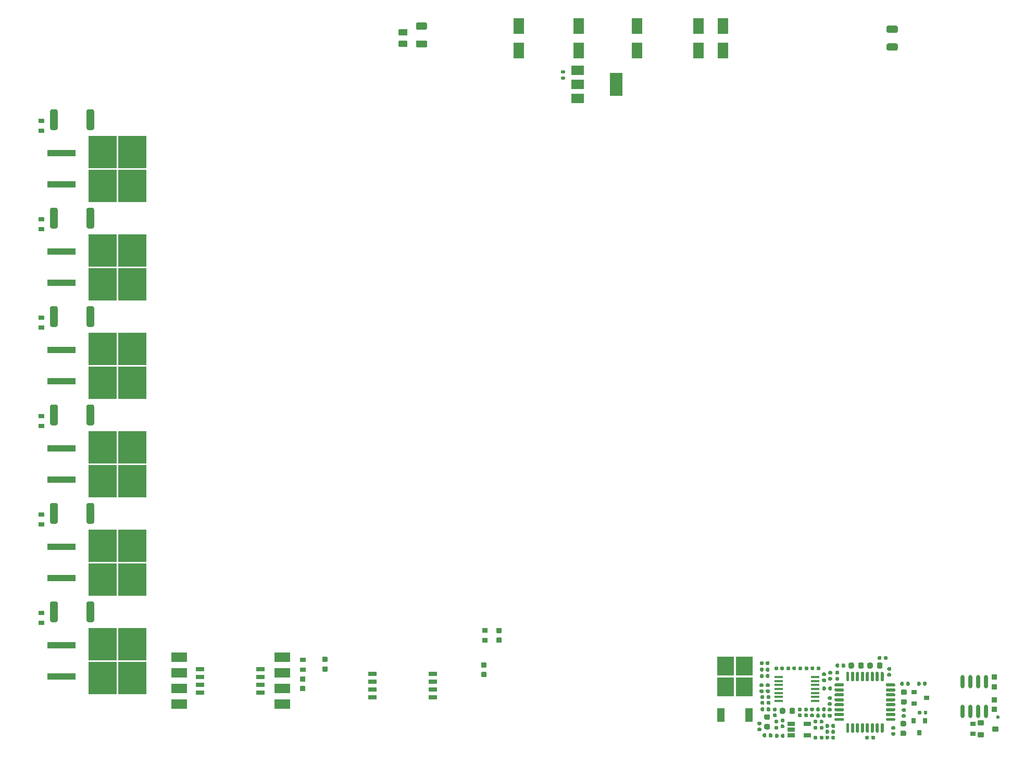
<source format=gtp>
G75*
G70*
%OFA0B0*%
%FSLAX25Y25*%
%IPPOS*%
%LPD*%
%AMOC8*
5,1,8,0,0,1.08239X$1,22.5*
%
%AMM7*
21,1,0.035430,0.030320,-0.000000,0.000000,270.000000*
21,1,0.028350,0.037400,-0.000000,0.000000,270.000000*
1,1,0.007090,-0.015160,-0.014170*
1,1,0.007090,-0.015160,0.014170*
1,1,0.007090,0.015160,0.014170*
1,1,0.007090,0.015160,-0.014170*
%
%AMM8*
21,1,0.033470,0.026770,-0.000000,0.000000,90.000000*
21,1,0.026770,0.033470,-0.000000,0.000000,90.000000*
1,1,0.006690,0.013390,0.013390*
1,1,0.006690,0.013390,-0.013390*
1,1,0.006690,-0.013390,-0.013390*
1,1,0.006690,-0.013390,0.013390*
%
%AMM9*
21,1,0.027560,0.030710,-0.000000,0.000000,270.000000*
21,1,0.022050,0.036220,-0.000000,0.000000,270.000000*
1,1,0.005510,-0.015350,-0.011020*
1,1,0.005510,-0.015350,0.011020*
1,1,0.005510,0.015350,0.011020*
1,1,0.005510,0.015350,-0.011020*
%
%ADD104M7*%
%ADD105O,0.02362X0.08661*%
%ADD106M8*%
%ADD107M9*%
%ADD24R,0.07087X0.09843*%
%ADD30R,0.07874X0.14961*%
%ADD34R,0.03543X0.03150*%
%ADD39R,0.17913X0.20669*%
%ADD40R,0.04724X0.08661*%
%ADD41R,0.05709X0.01772*%
%ADD43R,0.10827X0.12008*%
%ADD44C,0.02362*%
%ADD56R,0.18110X0.04331*%
%ADD57O,0.00000X0.00000*%
%ADD61R,0.04803X0.02559*%
%ADD65R,0.05315X0.02717*%
%ADD66R,0.07874X0.05906*%
%ADD71R,0.10000X0.05984*%
%ADD95R,0.03150X0.03543*%
X0000000Y0000000D02*
%LPD*%
G01*
D24*
X0429134Y0498031D03*
X0429134Y0513780D03*
D39*
X0066929Y0348228D03*
X0066929Y0370079D03*
X0047835Y0348228D03*
X0047835Y0370079D03*
D56*
X0021358Y0369154D03*
X0021358Y0349154D03*
D39*
X0066929Y0096260D03*
X0066929Y0118110D03*
X0047835Y0118110D03*
X0047835Y0096260D03*
D56*
X0021358Y0117185D03*
X0021358Y0097185D03*
G36*
G01*
X0014272Y0448031D02*
X0014272Y0459252D01*
G75*
G02*
X0015256Y0460236I0000984J0000000D01*
G01*
X0018110Y0460236D01*
G75*
G02*
X0019094Y0459252I0000000J-000984D01*
G01*
X0019094Y0448031D01*
G75*
G02*
X0018110Y0447047I-000984J0000000D01*
G01*
X0015256Y0447047D01*
G75*
G02*
X0014272Y0448031I0000000J0000984D01*
G01*
G37*
G36*
G01*
X0037598Y0448031D02*
X0037598Y0459252D01*
G75*
G02*
X0038583Y0460236I0000984J0000000D01*
G01*
X0041437Y0460236D01*
G75*
G02*
X0042421Y0459252I0000000J-000984D01*
G01*
X0042421Y0448031D01*
G75*
G02*
X0041437Y0447047I-000984J0000000D01*
G01*
X0038583Y0447047D01*
G75*
G02*
X0037598Y0448031I0000000J0000984D01*
G01*
G37*
G36*
G01*
X0343248Y0479213D02*
X0341791Y0479213D01*
G75*
G02*
X0341260Y0479744I0000000J0000531D01*
G01*
X0341260Y0480807D01*
G75*
G02*
X0341791Y0481339I0000531J0000000D01*
G01*
X0343248Y0481339D01*
G75*
G02*
X0343780Y0480807I0000000J-000531D01*
G01*
X0343780Y0479744D01*
G75*
G02*
X0343248Y0479213I-000531J0000000D01*
G01*
G37*
G36*
G01*
X0343248Y0483228D02*
X0341791Y0483228D01*
G75*
G02*
X0341260Y0483760I0000000J0000531D01*
G01*
X0341260Y0484823D01*
G75*
G02*
X0341791Y0485354I0000531J0000000D01*
G01*
X0343248Y0485354D01*
G75*
G02*
X0343780Y0484823I0000000J-000531D01*
G01*
X0343780Y0483760D01*
G75*
G02*
X0343248Y0483228I-000531J0000000D01*
G01*
G37*
G36*
G01*
X0010197Y0382185D02*
X0007126Y0382185D01*
G75*
G02*
X0006850Y0382461I0000000J0000276D01*
G01*
X0006850Y0384665D01*
G75*
G02*
X0007126Y0384941I0000276J0000000D01*
G01*
X0010197Y0384941D01*
G75*
G02*
X0010472Y0384665I0000000J-000276D01*
G01*
X0010472Y0382461D01*
G75*
G02*
X0010197Y0382185I-000276J0000000D01*
G01*
G37*
G36*
G01*
X0010197Y0388484D02*
X0007126Y0388484D01*
G75*
G02*
X0006850Y0388760I0000000J0000276D01*
G01*
X0006850Y0390965D01*
G75*
G02*
X0007126Y0391240I0000276J0000000D01*
G01*
X0010197Y0391240D01*
G75*
G02*
X0010472Y0390965I0000000J-000276D01*
G01*
X0010472Y0388760D01*
G75*
G02*
X0010197Y0388484I-000276J0000000D01*
G01*
G37*
G36*
G01*
X0302913Y0118839D02*
X0300236Y0118839D01*
G75*
G02*
X0299902Y0119173I0000000J0000335D01*
G01*
X0299902Y0121850D01*
G75*
G02*
X0300236Y0122185I0000335J0000000D01*
G01*
X0302913Y0122185D01*
G75*
G02*
X0303248Y0121850I0000000J-000335D01*
G01*
X0303248Y0119173D01*
G75*
G02*
X0302913Y0118839I-000335J0000000D01*
G01*
G37*
G36*
G01*
X0302913Y0125059D02*
X0300236Y0125059D01*
G75*
G02*
X0299902Y0125394I0000000J0000335D01*
G01*
X0299902Y0128071D01*
G75*
G02*
X0300236Y0128406I0000335J0000000D01*
G01*
X0302913Y0128406D01*
G75*
G02*
X0303248Y0128071I0000000J-000335D01*
G01*
X0303248Y0125394D01*
G75*
G02*
X0302913Y0125059I-000335J0000000D01*
G01*
G37*
D24*
X0389764Y0498031D03*
X0389764Y0513780D03*
G36*
G01*
X0014272Y0259055D02*
X0014272Y0270276D01*
G75*
G02*
X0015256Y0271260I0000984J0000000D01*
G01*
X0018110Y0271260D01*
G75*
G02*
X0019094Y0270276I0000000J-000984D01*
G01*
X0019094Y0259055D01*
G75*
G02*
X0018110Y0258071I-000984J0000000D01*
G01*
X0015256Y0258071D01*
G75*
G02*
X0014272Y0259055I0000000J0000984D01*
G01*
G37*
G36*
G01*
X0037598Y0259055D02*
X0037598Y0270276D01*
G75*
G02*
X0038583Y0271260I0000984J0000000D01*
G01*
X0041437Y0271260D01*
G75*
G02*
X0042421Y0270276I0000000J-000984D01*
G01*
X0042421Y0259055D01*
G75*
G02*
X0041437Y0258071I-000984J0000000D01*
G01*
X0038583Y0258071D01*
G75*
G02*
X0037598Y0259055I0000000J0000984D01*
G01*
G37*
G36*
G01*
X0174457Y0109307D02*
X0177528Y0109307D01*
G75*
G02*
X0177803Y0109032I0000000J-000276D01*
G01*
X0177803Y0106827D01*
G75*
G02*
X0177528Y0106551I-000276J0000000D01*
G01*
X0174457Y0106551D01*
G75*
G02*
X0174181Y0106827I0000000J0000276D01*
G01*
X0174181Y0109032D01*
G75*
G02*
X0174457Y0109307I0000276J0000000D01*
G01*
G37*
G36*
G01*
X0174457Y0103008D02*
X0177528Y0103008D01*
G75*
G02*
X0177803Y0102732I0000000J-000276D01*
G01*
X0177803Y0100528D01*
G75*
G02*
X0177528Y0100252I-000276J0000000D01*
G01*
X0174457Y0100252D01*
G75*
G02*
X0174181Y0100528I0000000J0000276D01*
G01*
X0174181Y0102732D01*
G75*
G02*
X0174457Y0103008I0000276J0000000D01*
G01*
G37*
D65*
X0220472Y0098819D03*
X0220472Y0093819D03*
X0220472Y0088819D03*
X0220472Y0083819D03*
X0259222Y0083819D03*
X0259222Y0098819D03*
X0259222Y0093819D03*
X0259222Y0088819D03*
D66*
X0351772Y0485433D03*
X0351772Y0476378D03*
X0351772Y0467323D03*
D30*
X0376575Y0476378D03*
G36*
G01*
X0010197Y0130217D02*
X0007126Y0130217D01*
G75*
G02*
X0006850Y0130492I0000000J0000276D01*
G01*
X0006850Y0132697D01*
G75*
G02*
X0007126Y0132972I0000276J0000000D01*
G01*
X0010197Y0132972D01*
G75*
G02*
X0010472Y0132697I0000000J-000276D01*
G01*
X0010472Y0130492D01*
G75*
G02*
X0010197Y0130217I-000276J0000000D01*
G01*
G37*
G36*
G01*
X0010197Y0136516D02*
X0007126Y0136516D01*
G75*
G02*
X0006850Y0136791I0000000J0000276D01*
G01*
X0006850Y0138996D01*
G75*
G02*
X0007126Y0139272I0000276J0000000D01*
G01*
X0010197Y0139272D01*
G75*
G02*
X0010472Y0138996I0000000J-000276D01*
G01*
X0010472Y0136791D01*
G75*
G02*
X0010197Y0136516I-000276J0000000D01*
G01*
G37*
D24*
X0444882Y0498031D03*
X0444882Y0513780D03*
G36*
G01*
X0237697Y0511614D02*
X0242618Y0511614D01*
G75*
G02*
X0243012Y0511220I0000000J-000394D01*
G01*
X0243012Y0508071D01*
G75*
G02*
X0242618Y0507677I-000394J0000000D01*
G01*
X0237697Y0507677D01*
G75*
G02*
X0237303Y0508071I0000000J0000394D01*
G01*
X0237303Y0511220D01*
G75*
G02*
X0237697Y0511614I0000394J0000000D01*
G01*
G37*
G36*
G01*
X0237697Y0504134D02*
X0242618Y0504134D01*
G75*
G02*
X0243012Y0503740I0000000J-000394D01*
G01*
X0243012Y0500590D01*
G75*
G02*
X0242618Y0500197I-000394J0000000D01*
G01*
X0237697Y0500197D01*
G75*
G02*
X0237303Y0500590I0000000J0000394D01*
G01*
X0237303Y0503740D01*
G75*
G02*
X0237697Y0504134I0000394J0000000D01*
G01*
G37*
G36*
G01*
X0174654Y0097358D02*
X0177331Y0097358D01*
G75*
G02*
X0177665Y0097024I0000000J-000335D01*
G01*
X0177665Y0094346D01*
G75*
G02*
X0177331Y0094012I-000335J0000000D01*
G01*
X0174654Y0094012D01*
G75*
G02*
X0174319Y0094346I0000000J0000335D01*
G01*
X0174319Y0097024D01*
G75*
G02*
X0174654Y0097358I0000335J0000000D01*
G01*
G37*
G36*
G01*
X0174654Y0091138D02*
X0177331Y0091138D01*
G75*
G02*
X0177665Y0090803I0000000J-000335D01*
G01*
X0177665Y0088126D01*
G75*
G02*
X0177331Y0087791I-000335J0000000D01*
G01*
X0174654Y0087791D01*
G75*
G02*
X0174319Y0088126I0000000J0000335D01*
G01*
X0174319Y0090803D01*
G75*
G02*
X0174654Y0091138I0000335J0000000D01*
G01*
G37*
D39*
X0047835Y0411220D03*
X0066929Y0433071D03*
X0066929Y0411220D03*
X0047835Y0433071D03*
D56*
X0021358Y0432146D03*
X0021358Y0412146D03*
D57*
X0621706Y0081152D03*
G36*
G01*
X0549606Y0510256D02*
X0549606Y0512972D01*
G75*
G02*
X0550512Y0513878I0000906J0000000D01*
G01*
X0555787Y0513878D01*
G75*
G02*
X0556693Y0512972I0000000J-000906D01*
G01*
X0556693Y0510256D01*
G75*
G02*
X0555787Y0509350I-000906J0000000D01*
G01*
X0550512Y0509350D01*
G75*
G02*
X0549606Y0510256I0000000J0000906D01*
G01*
G37*
G36*
G01*
X0549606Y0498839D02*
X0549606Y0501555D01*
G75*
G02*
X0550512Y0502461I0000906J0000000D01*
G01*
X0555787Y0502461D01*
G75*
G02*
X0556693Y0501555I0000000J-000906D01*
G01*
X0556693Y0498839D01*
G75*
G02*
X0555787Y0497933I-000906J0000000D01*
G01*
X0550512Y0497933D01*
G75*
G02*
X0549606Y0498839I0000000J0000906D01*
G01*
G37*
D24*
X0314173Y0498031D03*
X0314173Y0513780D03*
G36*
G01*
X0191504Y0100390D02*
X0188827Y0100390D01*
G75*
G02*
X0188492Y0100724I0000000J0000335D01*
G01*
X0188492Y0103402D01*
G75*
G02*
X0188827Y0103736I0000335J0000000D01*
G01*
X0191504Y0103736D01*
G75*
G02*
X0191839Y0103402I0000000J-000335D01*
G01*
X0191839Y0100724D01*
G75*
G02*
X0191504Y0100390I-000335J0000000D01*
G01*
G37*
G36*
G01*
X0191504Y0106610D02*
X0188827Y0106610D01*
G75*
G02*
X0188492Y0106945I0000000J0000335D01*
G01*
X0188492Y0109622D01*
G75*
G02*
X0188827Y0109957I0000335J0000000D01*
G01*
X0191504Y0109957D01*
G75*
G02*
X0191839Y0109622I0000000J-000335D01*
G01*
X0191839Y0106945D01*
G75*
G02*
X0191504Y0106610I-000335J0000000D01*
G01*
G37*
G36*
G01*
X0014272Y0196063D02*
X0014272Y0207283D01*
G75*
G02*
X0015256Y0208268I0000984J0000000D01*
G01*
X0018110Y0208268D01*
G75*
G02*
X0019094Y0207283I0000000J-000984D01*
G01*
X0019094Y0196063D01*
G75*
G02*
X0018110Y0195079I-000984J0000000D01*
G01*
X0015256Y0195079D01*
G75*
G02*
X0014272Y0196063I0000000J0000984D01*
G01*
G37*
G36*
G01*
X0037598Y0196063D02*
X0037598Y0207283D01*
G75*
G02*
X0038583Y0208268I0000984J0000000D01*
G01*
X0041437Y0208268D01*
G75*
G02*
X0042421Y0207283I0000000J-000984D01*
G01*
X0042421Y0196063D01*
G75*
G02*
X0041437Y0195079I-000984J0000000D01*
G01*
X0038583Y0195079D01*
G75*
G02*
X0037598Y0196063I0000000J0000984D01*
G01*
G37*
G36*
G01*
X0014272Y0133071D02*
X0014272Y0144291D01*
G75*
G02*
X0015256Y0145276I0000984J0000000D01*
G01*
X0018110Y0145276D01*
G75*
G02*
X0019094Y0144291I0000000J-000984D01*
G01*
X0019094Y0133071D01*
G75*
G02*
X0018110Y0132087I-000984J0000000D01*
G01*
X0015256Y0132087D01*
G75*
G02*
X0014272Y0133071I0000000J0000984D01*
G01*
G37*
G36*
G01*
X0037598Y0133071D02*
X0037598Y0144291D01*
G75*
G02*
X0038583Y0145276I0000984J0000000D01*
G01*
X0041437Y0145276D01*
G75*
G02*
X0042421Y0144291I0000000J-000984D01*
G01*
X0042421Y0133071D01*
G75*
G02*
X0041437Y0132087I-000984J0000000D01*
G01*
X0038583Y0132087D01*
G75*
G02*
X0037598Y0133071I0000000J0000984D01*
G01*
G37*
D39*
X0047835Y0307087D03*
X0066929Y0285236D03*
X0066929Y0307087D03*
X0047835Y0285236D03*
D56*
X0021358Y0306161D03*
X0021358Y0286161D03*
G36*
G01*
X0010197Y0445177D02*
X0007126Y0445177D01*
G75*
G02*
X0006850Y0445453I0000000J0000276D01*
G01*
X0006850Y0447657D01*
G75*
G02*
X0007126Y0447933I0000276J0000000D01*
G01*
X0010197Y0447933D01*
G75*
G02*
X0010472Y0447657I0000000J-000276D01*
G01*
X0010472Y0445453D01*
G75*
G02*
X0010197Y0445177I-000276J0000000D01*
G01*
G37*
G36*
G01*
X0010197Y0451476D02*
X0007126Y0451476D01*
G75*
G02*
X0006850Y0451752I0000000J0000276D01*
G01*
X0006850Y0453957D01*
G75*
G02*
X0007126Y0454232I0000276J0000000D01*
G01*
X0010197Y0454232D01*
G75*
G02*
X0010472Y0453957I0000000J-000276D01*
G01*
X0010472Y0451752D01*
G75*
G02*
X0010197Y0451476I-000276J0000000D01*
G01*
G37*
D39*
X0066929Y0244094D03*
X0047835Y0244094D03*
X0047835Y0222244D03*
X0066929Y0222244D03*
D56*
X0021358Y0243169D03*
X0021358Y0223169D03*
G36*
G01*
X0014272Y0385039D02*
X0014272Y0396260D01*
G75*
G02*
X0015256Y0397244I0000984J0000000D01*
G01*
X0018110Y0397244D01*
G75*
G02*
X0019094Y0396260I0000000J-000984D01*
G01*
X0019094Y0385039D01*
G75*
G02*
X0018110Y0384055I-000984J0000000D01*
G01*
X0015256Y0384055D01*
G75*
G02*
X0014272Y0385039I0000000J0000984D01*
G01*
G37*
G36*
G01*
X0037598Y0385039D02*
X0037598Y0396260D01*
G75*
G02*
X0038583Y0397244I0000984J0000000D01*
G01*
X0041437Y0397244D01*
G75*
G02*
X0042421Y0396260I0000000J-000984D01*
G01*
X0042421Y0385039D01*
G75*
G02*
X0041437Y0384055I-000984J0000000D01*
G01*
X0038583Y0384055D01*
G75*
G02*
X0037598Y0385039I0000000J0000984D01*
G01*
G37*
G36*
G01*
X0248425Y0512224D02*
X0248425Y0514941D01*
G75*
G02*
X0249331Y0515846I0000906J0000000D01*
G01*
X0254606Y0515846D01*
G75*
G02*
X0255512Y0514941I0000000J-000906D01*
G01*
X0255512Y0512224D01*
G75*
G02*
X0254606Y0511319I-000906J0000000D01*
G01*
X0249331Y0511319D01*
G75*
G02*
X0248425Y0512224I0000000J0000906D01*
G01*
G37*
G36*
G01*
X0248425Y0500807D02*
X0248425Y0503524D01*
G75*
G02*
X0249331Y0504429I0000906J0000000D01*
G01*
X0254606Y0504429D01*
G75*
G02*
X0255512Y0503524I0000000J-000906D01*
G01*
X0255512Y0500807D01*
G75*
G02*
X0254606Y0499902I-000906J0000000D01*
G01*
X0249331Y0499902D01*
G75*
G02*
X0248425Y0500807I0000000J0000906D01*
G01*
G37*
D39*
X0047835Y0181102D03*
X0066929Y0159252D03*
X0047835Y0159252D03*
X0066929Y0181102D03*
D56*
X0021358Y0180177D03*
X0021358Y0160177D03*
G36*
G01*
X0290394Y0106358D02*
X0293071Y0106358D01*
G75*
G02*
X0293406Y0106024I0000000J-000335D01*
G01*
X0293406Y0103346D01*
G75*
G02*
X0293071Y0103012I-000335J0000000D01*
G01*
X0290394Y0103012D01*
G75*
G02*
X0290059Y0103346I0000000J0000335D01*
G01*
X0290059Y0106024D01*
G75*
G02*
X0290394Y0106358I0000335J0000000D01*
G01*
G37*
G36*
G01*
X0290394Y0100138D02*
X0293071Y0100138D01*
G75*
G02*
X0293406Y0099803I0000000J-000335D01*
G01*
X0293406Y0097126D01*
G75*
G02*
X0293071Y0096791I-000335J0000000D01*
G01*
X0290394Y0096791D01*
G75*
G02*
X0290059Y0097126I0000000J0000335D01*
G01*
X0290059Y0099803D01*
G75*
G02*
X0290394Y0100138I0000335J0000000D01*
G01*
G37*
D65*
X0148921Y0086988D03*
D71*
X0162921Y0079508D03*
X0162921Y0089508D03*
D65*
X0148921Y0091988D03*
D71*
X0162921Y0099508D03*
D65*
X0148921Y0096988D03*
D71*
X0162921Y0109508D03*
D65*
X0148921Y0101988D03*
X0110171Y0101988D03*
D71*
X0096921Y0109508D03*
X0096921Y0099508D03*
D65*
X0110171Y0096988D03*
D71*
X0096921Y0089508D03*
D65*
X0110171Y0091988D03*
X0110171Y0086988D03*
D71*
X0096921Y0079508D03*
G36*
G01*
X0290984Y0128150D02*
X0294055Y0128150D01*
G75*
G02*
X0294331Y0127874I0000000J-000276D01*
G01*
X0294331Y0125669D01*
G75*
G02*
X0294055Y0125394I-000276J0000000D01*
G01*
X0290984Y0125394D01*
G75*
G02*
X0290709Y0125669I0000000J0000276D01*
G01*
X0290709Y0127874D01*
G75*
G02*
X0290984Y0128150I0000276J0000000D01*
G01*
G37*
G36*
G01*
X0290984Y0121850D02*
X0294055Y0121850D01*
G75*
G02*
X0294331Y0121575I0000000J-000276D01*
G01*
X0294331Y0119370D01*
G75*
G02*
X0294055Y0119094I-000276J0000000D01*
G01*
X0290984Y0119094D01*
G75*
G02*
X0290709Y0119370I0000000J0000276D01*
G01*
X0290709Y0121575D01*
G75*
G02*
X0290984Y0121850I0000276J0000000D01*
G01*
G37*
G36*
G01*
X0010197Y0256201D02*
X0007126Y0256201D01*
G75*
G02*
X0006850Y0256476I0000000J0000276D01*
G01*
X0006850Y0258681D01*
G75*
G02*
X0007126Y0258957I0000276J0000000D01*
G01*
X0010197Y0258957D01*
G75*
G02*
X0010472Y0258681I0000000J-000276D01*
G01*
X0010472Y0256476D01*
G75*
G02*
X0010197Y0256201I-000276J0000000D01*
G01*
G37*
G36*
G01*
X0010197Y0262500D02*
X0007126Y0262500D01*
G75*
G02*
X0006850Y0262776I0000000J0000276D01*
G01*
X0006850Y0264980D01*
G75*
G02*
X0007126Y0265256I0000276J0000000D01*
G01*
X0010197Y0265256D01*
G75*
G02*
X0010472Y0264980I0000000J-000276D01*
G01*
X0010472Y0262776D01*
G75*
G02*
X0010197Y0262500I-000276J0000000D01*
G01*
G37*
G36*
G01*
X0010197Y0193209D02*
X0007126Y0193209D01*
G75*
G02*
X0006850Y0193484I0000000J0000276D01*
G01*
X0006850Y0195689D01*
G75*
G02*
X0007126Y0195965I0000276J0000000D01*
G01*
X0010197Y0195965D01*
G75*
G02*
X0010472Y0195689I0000000J-000276D01*
G01*
X0010472Y0193484D01*
G75*
G02*
X0010197Y0193209I-000276J0000000D01*
G01*
G37*
G36*
G01*
X0010197Y0199508D02*
X0007126Y0199508D01*
G75*
G02*
X0006850Y0199783I0000000J0000276D01*
G01*
X0006850Y0201988D01*
G75*
G02*
X0007126Y0202264I0000276J0000000D01*
G01*
X0010197Y0202264D01*
G75*
G02*
X0010472Y0201988I0000000J-000276D01*
G01*
X0010472Y0199783D01*
G75*
G02*
X0010197Y0199508I-000276J0000000D01*
G01*
G37*
G36*
G01*
X0010197Y0319193D02*
X0007126Y0319193D01*
G75*
G02*
X0006850Y0319469I0000000J0000276D01*
G01*
X0006850Y0321673D01*
G75*
G02*
X0007126Y0321949I0000276J0000000D01*
G01*
X0010197Y0321949D01*
G75*
G02*
X0010472Y0321673I0000000J-000276D01*
G01*
X0010472Y0319469D01*
G75*
G02*
X0010197Y0319193I-000276J0000000D01*
G01*
G37*
G36*
G01*
X0010197Y0325492D02*
X0007126Y0325492D01*
G75*
G02*
X0006850Y0325768I0000000J0000276D01*
G01*
X0006850Y0327972D01*
G75*
G02*
X0007126Y0328248I0000276J0000000D01*
G01*
X0010197Y0328248D01*
G75*
G02*
X0010472Y0327972I0000000J-000276D01*
G01*
X0010472Y0325768D01*
G75*
G02*
X0010197Y0325492I-000276J0000000D01*
G01*
G37*
D24*
X0352362Y0498031D03*
X0352362Y0513780D03*
G36*
G01*
X0014272Y0322047D02*
X0014272Y0333268D01*
G75*
G02*
X0015256Y0334252I0000984J0000000D01*
G01*
X0018110Y0334252D01*
G75*
G02*
X0019094Y0333268I0000000J-000984D01*
G01*
X0019094Y0322047D01*
G75*
G02*
X0018110Y0321063I-000984J0000000D01*
G01*
X0015256Y0321063D01*
G75*
G02*
X0014272Y0322047I0000000J0000984D01*
G01*
G37*
G36*
G01*
X0037598Y0322047D02*
X0037598Y0333268D01*
G75*
G02*
X0038583Y0334252I0000984J0000000D01*
G01*
X0041437Y0334252D01*
G75*
G02*
X0042421Y0333268I0000000J-000984D01*
G01*
X0042421Y0322047D01*
G75*
G02*
X0041437Y0321063I-000984J0000000D01*
G01*
X0038583Y0321063D01*
G75*
G02*
X0037598Y0322047I0000000J0000984D01*
G01*
G37*
X0622789Y0056053D02*
G01*
G75*
D104*
X0609777Y0067470D02*
D03*
X0619029Y0063730D02*
D03*
D104*
X0609777Y0059990D02*
D03*
D105*
X0598163Y0075029D02*
D03*
X0603163Y0075029D02*
D03*
X0608163Y0075029D02*
D03*
X0613163Y0075029D02*
D03*
X0598163Y0093927D02*
D03*
X0603163Y0093927D02*
D03*
X0608163Y0093927D02*
D03*
X0613163Y0093927D02*
D03*
D106*
X0618458Y0090738D02*
D03*
X0618458Y0096958D02*
D03*
X0618458Y0082392D02*
D03*
X0618458Y0076171D02*
D03*
D107*
X0604876Y0060580D02*
D03*
X0604876Y0066880D02*
D03*
D44*
X0620919Y0071210D02*
D03*
X0581181Y0113484D02*
%LPD*%
G01*
G36*
G01*
X0512588Y0077185D02*
X0513947Y0077185D01*
G75*
G02*
X0514527Y0076604I0000000J-000581D01*
G01*
X0514527Y0075443D01*
G75*
G02*
X0513947Y0074862I-000581J0000000D01*
G01*
X0512588Y0074862D01*
G75*
G02*
X0512008Y0075443I0000000J0000581D01*
G01*
X0512008Y0076604D01*
G75*
G02*
X0512588Y0077185I0000581J0000000D01*
G01*
G37*
G36*
G01*
X0512588Y0073366D02*
X0513947Y0073366D01*
G75*
G02*
X0514527Y0072785I0000000J-000581D01*
G01*
X0514527Y0071624D01*
G75*
G02*
X0513947Y0071043I-000581J0000000D01*
G01*
X0512588Y0071043D01*
G75*
G02*
X0512008Y0071624I0000000J0000581D01*
G01*
X0512008Y0072785D01*
G75*
G02*
X0512588Y0073366I0000581J0000000D01*
G01*
G37*
G36*
G01*
X0477766Y0101842D02*
X0477766Y0103201D01*
G75*
G02*
X0478346Y0103781I0000581J0000000D01*
G01*
X0479508Y0103781D01*
G75*
G02*
X0480088Y0103201I0000000J-000581D01*
G01*
X0480088Y0101842D01*
G75*
G02*
X0479508Y0101262I-000581J0000000D01*
G01*
X0478346Y0101262D01*
G75*
G02*
X0477766Y0101842I0000000J0000581D01*
G01*
G37*
G36*
G01*
X0481585Y0101842D02*
X0481585Y0103201D01*
G75*
G02*
X0482165Y0103781I0000581J0000000D01*
G01*
X0483327Y0103781D01*
G75*
G02*
X0483907Y0103201I0000000J-000581D01*
G01*
X0483907Y0101842D01*
G75*
G02*
X0483327Y0101262I-000581J0000000D01*
G01*
X0482165Y0101262D01*
G75*
G02*
X0481585Y0101842I0000000J0000581D01*
G01*
G37*
G36*
G01*
X0475157Y0076951D02*
X0475157Y0075592D01*
G75*
G02*
X0474577Y0075012I-000581J0000000D01*
G01*
X0473415Y0075012D01*
G75*
G02*
X0472835Y0075592I0000000J0000581D01*
G01*
X0472835Y0076951D01*
G75*
G02*
X0473415Y0077531I0000581J0000000D01*
G01*
X0474577Y0077531D01*
G75*
G02*
X0475157Y0076951I0000000J-000581D01*
G01*
G37*
G36*
G01*
X0471338Y0076951D02*
X0471338Y0075592D01*
G75*
G02*
X0470758Y0075012I-000581J0000000D01*
G01*
X0469596Y0075012D01*
G75*
G02*
X0469016Y0075592I0000000J0000581D01*
G01*
X0469016Y0076951D01*
G75*
G02*
X0469596Y0077531I0000581J0000000D01*
G01*
X0470758Y0077531D01*
G75*
G02*
X0471338Y0076951I0000000J-000581D01*
G01*
G37*
G36*
G01*
X0575181Y0093332D02*
X0575181Y0091974D01*
G75*
G02*
X0574600Y0091393I-000581J0000000D01*
G01*
X0573439Y0091393D01*
G75*
G02*
X0572858Y0091974I0000000J0000581D01*
G01*
X0572858Y0093332D01*
G75*
G02*
X0573439Y0093913I0000581J0000000D01*
G01*
X0574600Y0093913D01*
G75*
G02*
X0575181Y0093332I0000000J-000581D01*
G01*
G37*
G36*
G01*
X0571362Y0093332D02*
X0571362Y0091974D01*
G75*
G02*
X0570781Y0091393I-000581J0000000D01*
G01*
X0569620Y0091393D01*
G75*
G02*
X0569039Y0091974I0000000J0000581D01*
G01*
X0569039Y0093332D01*
G75*
G02*
X0569620Y0093913I0000581J0000000D01*
G01*
X0570781Y0093913D01*
G75*
G02*
X0571362Y0093332I0000000J-000581D01*
G01*
G37*
G36*
G01*
X0561619Y0079330D02*
X0559601Y0079330D01*
G75*
G02*
X0558740Y0080192I0000000J0000861D01*
G01*
X0558740Y0081914D01*
G75*
G02*
X0559601Y0082775I0000861J0000000D01*
G01*
X0561619Y0082775D01*
G75*
G02*
X0562480Y0081914I0000000J-000861D01*
G01*
X0562480Y0080192D01*
G75*
G02*
X0561619Y0079330I-000861J0000000D01*
G01*
G37*
G36*
G01*
X0561619Y0085531D02*
X0559601Y0085531D01*
G75*
G02*
X0558740Y0086392I0000000J0000861D01*
G01*
X0558740Y0088115D01*
G75*
G02*
X0559601Y0088976I0000861J0000000D01*
G01*
X0561619Y0088976D01*
G75*
G02*
X0562480Y0088115I0000000J-000861D01*
G01*
X0562480Y0086392D01*
G75*
G02*
X0561619Y0085531I-000861J0000000D01*
G01*
G37*
G36*
G01*
X0490909Y0076280D02*
X0490909Y0074263D01*
G75*
G02*
X0490048Y0073401I-000861J0000000D01*
G01*
X0488326Y0073401D01*
G75*
G02*
X0487464Y0074263I0000000J0000861D01*
G01*
X0487464Y0076280D01*
G75*
G02*
X0488326Y0077141I0000861J0000000D01*
G01*
X0490048Y0077141D01*
G75*
G02*
X0490909Y0076280I0000000J-000861D01*
G01*
G37*
G36*
G01*
X0484709Y0076280D02*
X0484709Y0074263D01*
G75*
G02*
X0483847Y0073401I-000861J0000000D01*
G01*
X0482125Y0073401D01*
G75*
G02*
X0481264Y0074263I0000000J0000861D01*
G01*
X0481264Y0076280D01*
G75*
G02*
X0482125Y0077141I0000861J0000000D01*
G01*
X0483847Y0077141D01*
G75*
G02*
X0484709Y0076280I0000000J-000861D01*
G01*
G37*
G36*
G01*
X0485516Y0101842D02*
X0485516Y0103201D01*
G75*
G02*
X0486096Y0103781I0000581J0000000D01*
G01*
X0487258Y0103781D01*
G75*
G02*
X0487838Y0103201I0000000J-000581D01*
G01*
X0487838Y0101842D01*
G75*
G02*
X0487258Y0101262I-000581J0000000D01*
G01*
X0486096Y0101262D01*
G75*
G02*
X0485516Y0101842I0000000J0000581D01*
G01*
G37*
G36*
G01*
X0489335Y0101842D02*
X0489335Y0103201D01*
G75*
G02*
X0489915Y0103781I0000581J0000000D01*
G01*
X0491077Y0103781D01*
G75*
G02*
X0491657Y0103201I0000000J-000581D01*
G01*
X0491657Y0101842D01*
G75*
G02*
X0491077Y0101262I-000581J0000000D01*
G01*
X0489915Y0101262D01*
G75*
G02*
X0489335Y0101842I0000000J0000581D01*
G01*
G37*
G36*
G01*
X0473407Y0085342D02*
X0474766Y0085342D01*
G75*
G02*
X0475346Y0084762I0000000J-000581D01*
G01*
X0475346Y0083600D01*
G75*
G02*
X0474766Y0083019I-000581J0000000D01*
G01*
X0473407Y0083019D01*
G75*
G02*
X0472827Y0083600I0000000J0000581D01*
G01*
X0472827Y0084762D01*
G75*
G02*
X0473407Y0085342I0000581J0000000D01*
G01*
G37*
G36*
G01*
X0473407Y0081523D02*
X0474766Y0081523D01*
G75*
G02*
X0475346Y0080943I0000000J-000581D01*
G01*
X0475346Y0079781D01*
G75*
G02*
X0474766Y0079201I-000581J0000000D01*
G01*
X0473407Y0079201D01*
G75*
G02*
X0472827Y0079781I0000000J0000581D01*
G01*
X0472827Y0080943D01*
G75*
G02*
X0473407Y0081523I0000581J0000000D01*
G01*
G37*
G36*
G01*
X0479695Y0063366D02*
X0478337Y0063366D01*
G75*
G02*
X0477756Y0063947I0000000J0000581D01*
G01*
X0477756Y0065108D01*
G75*
G02*
X0478337Y0065689I0000581J0000000D01*
G01*
X0479695Y0065689D01*
G75*
G02*
X0480275Y0065108I0000000J-000581D01*
G01*
X0480275Y0063947D01*
G75*
G02*
X0479695Y0063366I-000581J0000000D01*
G01*
G37*
G36*
G01*
X0479695Y0067185D02*
X0478337Y0067185D01*
G75*
G02*
X0477756Y0067765I0000000J0000581D01*
G01*
X0477756Y0068927D01*
G75*
G02*
X0478337Y0069508I0000581J0000000D01*
G01*
X0479695Y0069508D01*
G75*
G02*
X0480275Y0068927I0000000J-000581D01*
G01*
X0480275Y0067765D01*
G75*
G02*
X0479695Y0067185I-000581J0000000D01*
G01*
G37*
G36*
G01*
X0484252Y0060029D02*
X0484252Y0058671D01*
G75*
G02*
X0483671Y0058090I-000581J0000000D01*
G01*
X0482510Y0058090D01*
G75*
G02*
X0481929Y0058671I0000000J0000581D01*
G01*
X0481929Y0060029D01*
G75*
G02*
X0482510Y0060610I0000581J0000000D01*
G01*
X0483671Y0060610D01*
G75*
G02*
X0484252Y0060029I0000000J-000581D01*
G01*
G37*
G36*
G01*
X0480433Y0060029D02*
X0480433Y0058671D01*
G75*
G02*
X0479852Y0058090I-000581J0000000D01*
G01*
X0478691Y0058090D01*
G75*
G02*
X0478110Y0058671I0000000J0000581D01*
G01*
X0478110Y0060029D01*
G75*
G02*
X0478691Y0060610I0000581J0000000D01*
G01*
X0479852Y0060610D01*
G75*
G02*
X0480433Y0060029I0000000J-000581D01*
G01*
G37*
G36*
G01*
X0509055Y0058848D02*
X0509055Y0057490D01*
G75*
G02*
X0508474Y0056909I-000581J0000000D01*
G01*
X0507313Y0056909D01*
G75*
G02*
X0506732Y0057490I0000000J0000581D01*
G01*
X0506732Y0058848D01*
G75*
G02*
X0507313Y0059429I0000581J0000000D01*
G01*
X0508474Y0059429D01*
G75*
G02*
X0509055Y0058848I0000000J-000581D01*
G01*
G37*
G36*
G01*
X0505236Y0058848D02*
X0505236Y0057490D01*
G75*
G02*
X0504655Y0056909I-000581J0000000D01*
G01*
X0503494Y0056909D01*
G75*
G02*
X0502913Y0057490I0000000J0000581D01*
G01*
X0502913Y0058848D01*
G75*
G02*
X0503494Y0059429I0000581J0000000D01*
G01*
X0504655Y0059429D01*
G75*
G02*
X0505236Y0058848I0000000J-000581D01*
G01*
G37*
G36*
G01*
X0493266Y0101842D02*
X0493266Y0103201D01*
G75*
G02*
X0493846Y0103781I0000581J0000000D01*
G01*
X0495008Y0103781D01*
G75*
G02*
X0495588Y0103201I0000000J-000581D01*
G01*
X0495588Y0101842D01*
G75*
G02*
X0495008Y0101262I-000581J0000000D01*
G01*
X0493846Y0101262D01*
G75*
G02*
X0493266Y0101842I0000000J0000581D01*
G01*
G37*
G36*
G01*
X0497085Y0101842D02*
X0497085Y0103201D01*
G75*
G02*
X0497665Y0103781I0000581J0000000D01*
G01*
X0498827Y0103781D01*
G75*
G02*
X0499407Y0103201I0000000J-000581D01*
G01*
X0499407Y0101842D01*
G75*
G02*
X0498827Y0101262I-000581J0000000D01*
G01*
X0497665Y0101262D01*
G75*
G02*
X0497085Y0101842I0000000J0000581D01*
G01*
G37*
G36*
G01*
X0501016Y0101842D02*
X0501016Y0103201D01*
G75*
G02*
X0501596Y0103781I0000581J0000000D01*
G01*
X0502758Y0103781D01*
G75*
G02*
X0503338Y0103201I0000000J-000581D01*
G01*
X0503338Y0101842D01*
G75*
G02*
X0502758Y0101262I-000581J0000000D01*
G01*
X0501596Y0101262D01*
G75*
G02*
X0501016Y0101842I0000000J0000581D01*
G01*
G37*
G36*
G01*
X0504835Y0101842D02*
X0504835Y0103201D01*
G75*
G02*
X0505415Y0103781I0000581J0000000D01*
G01*
X0506577Y0103781D01*
G75*
G02*
X0507157Y0103201I0000000J-000581D01*
G01*
X0507157Y0101842D01*
G75*
G02*
X0506577Y0101262I-000581J0000000D01*
G01*
X0505415Y0101262D01*
G75*
G02*
X0504835Y0101842I0000000J0000581D01*
G01*
G37*
G36*
G01*
X0477407Y0077342D02*
X0478766Y0077342D01*
G75*
G02*
X0479346Y0076762I0000000J-000581D01*
G01*
X0479346Y0075600D01*
G75*
G02*
X0478766Y0075019I-000581J0000000D01*
G01*
X0477407Y0075019D01*
G75*
G02*
X0476827Y0075600I0000000J0000581D01*
G01*
X0476827Y0076762D01*
G75*
G02*
X0477407Y0077342I0000581J0000000D01*
G01*
G37*
G36*
G01*
X0477407Y0073523D02*
X0478766Y0073523D01*
G75*
G02*
X0479346Y0072943I0000000J-000581D01*
G01*
X0479346Y0071781D01*
G75*
G02*
X0478766Y0071201I-000581J0000000D01*
G01*
X0477407Y0071201D01*
G75*
G02*
X0476827Y0071781I0000000J0000581D01*
G01*
X0476827Y0072943D01*
G75*
G02*
X0477407Y0073523I0000581J0000000D01*
G01*
G37*
D34*
X0567173Y0087293D03*
X0567173Y0079813D03*
X0575047Y0083553D03*
D41*
X0503701Y0081594D03*
X0503701Y0084153D03*
X0503701Y0086712D03*
X0503701Y0089271D03*
X0503701Y0091830D03*
X0503701Y0094390D03*
X0503701Y0096949D03*
X0480472Y0096949D03*
X0480472Y0094390D03*
X0480472Y0091830D03*
X0480472Y0089271D03*
X0480472Y0086712D03*
X0480472Y0084153D03*
X0480472Y0081594D03*
G36*
G01*
X0469407Y0085342D02*
X0470766Y0085342D01*
G75*
G02*
X0471346Y0084762I0000000J-000581D01*
G01*
X0471346Y0083600D01*
G75*
G02*
X0470766Y0083019I-000581J0000000D01*
G01*
X0469407Y0083019D01*
G75*
G02*
X0468827Y0083600I0000000J0000581D01*
G01*
X0468827Y0084762D01*
G75*
G02*
X0469407Y0085342I0000581J0000000D01*
G01*
G37*
G36*
G01*
X0469407Y0081523D02*
X0470766Y0081523D01*
G75*
G02*
X0471346Y0080943I0000000J-000581D01*
G01*
X0471346Y0079781D01*
G75*
G02*
X0470766Y0079201I-000581J0000000D01*
G01*
X0469407Y0079201D01*
G75*
G02*
X0468827Y0079781I0000000J0000581D01*
G01*
X0468827Y0080943D01*
G75*
G02*
X0469407Y0081523I0000581J0000000D01*
G01*
G37*
G36*
G01*
X0516535Y0062588D02*
X0516535Y0061230D01*
G75*
G02*
X0515955Y0060649I-000581J0000000D01*
G01*
X0514793Y0060649D01*
G75*
G02*
X0514212Y0061230I0000000J0000581D01*
G01*
X0514212Y0062588D01*
G75*
G02*
X0514793Y0063169I0000581J0000000D01*
G01*
X0515955Y0063169D01*
G75*
G02*
X0516535Y0062588I0000000J-000581D01*
G01*
G37*
G36*
G01*
X0512716Y0062588D02*
X0512716Y0061230D01*
G75*
G02*
X0512136Y0060649I-000581J0000000D01*
G01*
X0510974Y0060649D01*
G75*
G02*
X0510394Y0061230I0000000J0000581D01*
G01*
X0510394Y0062588D01*
G75*
G02*
X0510974Y0063169I0000581J0000000D01*
G01*
X0512136Y0063169D01*
G75*
G02*
X0512716Y0062588I0000000J-000581D01*
G01*
G37*
G36*
G01*
X0510394Y0057490D02*
X0510394Y0058848D01*
G75*
G02*
X0510974Y0059429I0000581J0000000D01*
G01*
X0512136Y0059429D01*
G75*
G02*
X0512716Y0058848I0000000J-000581D01*
G01*
X0512716Y0057490D01*
G75*
G02*
X0512136Y0056909I-000581J0000000D01*
G01*
X0510974Y0056909D01*
G75*
G02*
X0510394Y0057490I0000000J0000581D01*
G01*
G37*
G36*
G01*
X0514212Y0057490D02*
X0514212Y0058848D01*
G75*
G02*
X0514793Y0059429I0000581J0000000D01*
G01*
X0515955Y0059429D01*
G75*
G02*
X0516535Y0058848I0000000J-000581D01*
G01*
X0516535Y0057490D01*
G75*
G02*
X0515955Y0056909I-000581J0000000D01*
G01*
X0514793Y0056909D01*
G75*
G02*
X0514212Y0057490I0000000J0000581D01*
G01*
G37*
G36*
G01*
X0513947Y0078523D02*
X0512588Y0078523D01*
G75*
G02*
X0512008Y0079104I0000000J0000581D01*
G01*
X0512008Y0080265D01*
G75*
G02*
X0512588Y0080846I0000581J0000000D01*
G01*
X0513947Y0080846D01*
G75*
G02*
X0514527Y0080265I0000000J-000581D01*
G01*
X0514527Y0079104D01*
G75*
G02*
X0513947Y0078523I-000581J0000000D01*
G01*
G37*
G36*
G01*
X0513947Y0082342D02*
X0512588Y0082342D01*
G75*
G02*
X0512008Y0082923I0000000J0000581D01*
G01*
X0512008Y0084084D01*
G75*
G02*
X0512588Y0084665I0000581J0000000D01*
G01*
X0513947Y0084665D01*
G75*
G02*
X0514527Y0084084I0000000J-000581D01*
G01*
X0514527Y0082923D01*
G75*
G02*
X0513947Y0082342I-000581J0000000D01*
G01*
G37*
G36*
G01*
X0467510Y0068327D02*
X0468868Y0068327D01*
G75*
G02*
X0469449Y0067746I0000000J-000581D01*
G01*
X0469449Y0066584D01*
G75*
G02*
X0468868Y0066004I-000581J0000000D01*
G01*
X0467510Y0066004D01*
G75*
G02*
X0466929Y0066584I0000000J0000581D01*
G01*
X0466929Y0067746D01*
G75*
G02*
X0467510Y0068327I0000581J0000000D01*
G01*
G37*
G36*
G01*
X0467510Y0064508D02*
X0468868Y0064508D01*
G75*
G02*
X0469449Y0063927I0000000J-000581D01*
G01*
X0469449Y0062765D01*
G75*
G02*
X0468868Y0062185I-000581J0000000D01*
G01*
X0467510Y0062185D01*
G75*
G02*
X0466929Y0062765I0000000J0000581D01*
G01*
X0466929Y0063927D01*
G75*
G02*
X0467510Y0064508I0000581J0000000D01*
G01*
G37*
G36*
G01*
X0542067Y0058848D02*
X0542067Y0057490D01*
G75*
G02*
X0541486Y0056909I-000581J0000000D01*
G01*
X0540325Y0056909D01*
G75*
G02*
X0539744Y0057490I0000000J0000581D01*
G01*
X0539744Y0058848D01*
G75*
G02*
X0540325Y0059429I0000581J0000000D01*
G01*
X0541486Y0059429D01*
G75*
G02*
X0542067Y0058848I0000000J-000581D01*
G01*
G37*
G36*
G01*
X0538248Y0058848D02*
X0538248Y0057490D01*
G75*
G02*
X0537667Y0056909I-000581J0000000D01*
G01*
X0536506Y0056909D01*
G75*
G02*
X0535925Y0057490I0000000J0000581D01*
G01*
X0535925Y0058848D01*
G75*
G02*
X0536506Y0059429I0000581J0000000D01*
G01*
X0537667Y0059429D01*
G75*
G02*
X0538248Y0058848I0000000J-000581D01*
G01*
G37*
G36*
G01*
X0518671Y0094665D02*
X0517313Y0094665D01*
G75*
G02*
X0516732Y0095246I0000000J0000581D01*
G01*
X0516732Y0096407D01*
G75*
G02*
X0517313Y0096988I0000581J0000000D01*
G01*
X0518671Y0096988D01*
G75*
G02*
X0519252Y0096407I0000000J-000581D01*
G01*
X0519252Y0095246D01*
G75*
G02*
X0518671Y0094665I-000581J0000000D01*
G01*
G37*
G36*
G01*
X0518671Y0098484D02*
X0517313Y0098484D01*
G75*
G02*
X0516732Y0099065I0000000J0000581D01*
G01*
X0516732Y0100226D01*
G75*
G02*
X0517313Y0100807I0000581J0000000D01*
G01*
X0518671Y0100807D01*
G75*
G02*
X0519252Y0100226I0000000J-000581D01*
G01*
X0519252Y0099065D01*
G75*
G02*
X0518671Y0098484I-000581J0000000D01*
G01*
G37*
G36*
G01*
X0553140Y0065571D02*
X0554498Y0065571D01*
G75*
G02*
X0555079Y0064990I0000000J-000581D01*
G01*
X0555079Y0063828D01*
G75*
G02*
X0554498Y0063248I-000581J0000000D01*
G01*
X0553140Y0063248D01*
G75*
G02*
X0552559Y0063828I0000000J0000581D01*
G01*
X0552559Y0064990D01*
G75*
G02*
X0553140Y0065571I0000581J0000000D01*
G01*
G37*
G36*
G01*
X0553140Y0061752D02*
X0554498Y0061752D01*
G75*
G02*
X0555079Y0061171I0000000J-000581D01*
G01*
X0555079Y0060010D01*
G75*
G02*
X0554498Y0059429I-000581J0000000D01*
G01*
X0553140Y0059429D01*
G75*
G02*
X0552559Y0060010I0000000J0000581D01*
G01*
X0552559Y0061171D01*
G75*
G02*
X0553140Y0061752I0000581J0000000D01*
G01*
G37*
D40*
X0461417Y0072539D03*
X0443464Y0072539D03*
D43*
X0458445Y0103937D03*
X0446437Y0103937D03*
X0458445Y0090748D03*
X0446437Y0090748D03*
G36*
G01*
X0474665Y0106486D02*
X0474665Y0105128D01*
G75*
G02*
X0474085Y0104547I-000581J0000000D01*
G01*
X0472923Y0104547D01*
G75*
G02*
X0472342Y0105128I0000000J0000581D01*
G01*
X0472342Y0106486D01*
G75*
G02*
X0472923Y0107067I0000581J0000000D01*
G01*
X0474085Y0107067D01*
G75*
G02*
X0474665Y0106486I0000000J-000581D01*
G01*
G37*
G36*
G01*
X0470846Y0106486D02*
X0470846Y0105128D01*
G75*
G02*
X0470266Y0104547I-000581J0000000D01*
G01*
X0469104Y0104547D01*
G75*
G02*
X0468524Y0105128I0000000J0000581D01*
G01*
X0468524Y0106486D01*
G75*
G02*
X0469104Y0107067I0000581J0000000D01*
G01*
X0470266Y0107067D01*
G75*
G02*
X0470846Y0106486I0000000J-000581D01*
G01*
G37*
G36*
G01*
X0512785Y0100807D02*
X0514144Y0100807D01*
G75*
G02*
X0514724Y0100226I0000000J-000581D01*
G01*
X0514724Y0099065D01*
G75*
G02*
X0514144Y0098484I-000581J0000000D01*
G01*
X0512785Y0098484D01*
G75*
G02*
X0512205Y0099065I0000000J0000581D01*
G01*
X0512205Y0100226D01*
G75*
G02*
X0512785Y0100807I0000581J0000000D01*
G01*
G37*
G36*
G01*
X0512785Y0096988D02*
X0514144Y0096988D01*
G75*
G02*
X0514724Y0096407I0000000J-000581D01*
G01*
X0514724Y0095246D01*
G75*
G02*
X0514144Y0094665I-000581J0000000D01*
G01*
X0512785Y0094665D01*
G75*
G02*
X0512205Y0095246I0000000J0000581D01*
G01*
X0512205Y0096407D01*
G75*
G02*
X0512785Y0096988I0000581J0000000D01*
G01*
G37*
G36*
G01*
X0476437Y0060226D02*
X0476437Y0058868D01*
G75*
G02*
X0475856Y0058287I-000581J0000000D01*
G01*
X0474695Y0058287D01*
G75*
G02*
X0474114Y0058868I0000000J0000581D01*
G01*
X0474114Y0060226D01*
G75*
G02*
X0474695Y0060807I0000581J0000000D01*
G01*
X0475856Y0060807D01*
G75*
G02*
X0476437Y0060226I0000000J-000581D01*
G01*
G37*
G36*
G01*
X0472618Y0060226D02*
X0472618Y0058868D01*
G75*
G02*
X0472037Y0058287I-000581J0000000D01*
G01*
X0470876Y0058287D01*
G75*
G02*
X0470295Y0058868I0000000J0000581D01*
G01*
X0470295Y0060226D01*
G75*
G02*
X0470876Y0060807I0000581J0000000D01*
G01*
X0472037Y0060807D01*
G75*
G02*
X0472618Y0060226I0000000J-000581D01*
G01*
G37*
G36*
G01*
X0510266Y0093701D02*
X0508907Y0093701D01*
G75*
G02*
X0508327Y0094281I0000000J0000581D01*
G01*
X0508327Y0095443D01*
G75*
G02*
X0508907Y0096023I0000581J0000000D01*
G01*
X0510266Y0096023D01*
G75*
G02*
X0510846Y0095443I0000000J-000581D01*
G01*
X0510846Y0094281D01*
G75*
G02*
X0510266Y0093701I-000581J0000000D01*
G01*
G37*
G36*
G01*
X0510266Y0097519D02*
X0508907Y0097519D01*
G75*
G02*
X0508327Y0098100I0000000J0000581D01*
G01*
X0508327Y0099262D01*
G75*
G02*
X0508907Y0099842I0000581J0000000D01*
G01*
X0510266Y0099842D01*
G75*
G02*
X0510846Y0099262I0000000J-000581D01*
G01*
X0510846Y0098100D01*
G75*
G02*
X0510266Y0097519I-000581J0000000D01*
G01*
G37*
G36*
G01*
X0564370Y0093297D02*
X0564370Y0091939D01*
G75*
G02*
X0563789Y0091358I-000581J0000000D01*
G01*
X0562628Y0091358D01*
G75*
G02*
X0562047Y0091939I0000000J0000581D01*
G01*
X0562047Y0093297D01*
G75*
G02*
X0562628Y0093878I0000581J0000000D01*
G01*
X0563789Y0093878D01*
G75*
G02*
X0564370Y0093297I0000000J-000581D01*
G01*
G37*
G36*
G01*
X0560551Y0093297D02*
X0560551Y0091939D01*
G75*
G02*
X0559970Y0091358I-000581J0000000D01*
G01*
X0558809Y0091358D01*
G75*
G02*
X0558228Y0091939I0000000J0000581D01*
G01*
X0558228Y0093297D01*
G75*
G02*
X0558809Y0093878I0000581J0000000D01*
G01*
X0559970Y0093878D01*
G75*
G02*
X0560551Y0093297I0000000J-000581D01*
G01*
G37*
G36*
G01*
X0525264Y0103263D02*
X0525264Y0105280D01*
G75*
G02*
X0526125Y0106141I0000861J0000000D01*
G01*
X0527847Y0106141D01*
G75*
G02*
X0528709Y0105280I0000000J-000861D01*
G01*
X0528709Y0103263D01*
G75*
G02*
X0527847Y0102401I-000861J0000000D01*
G01*
X0526125Y0102401D01*
G75*
G02*
X0525264Y0103263I0000000J0000861D01*
G01*
G37*
G36*
G01*
X0531464Y0103263D02*
X0531464Y0105280D01*
G75*
G02*
X0532326Y0106141I0000861J0000000D01*
G01*
X0534048Y0106141D01*
G75*
G02*
X0534909Y0105280I0000000J-000861D01*
G01*
X0534909Y0103263D01*
G75*
G02*
X0534048Y0102401I-000861J0000000D01*
G01*
X0532326Y0102401D01*
G75*
G02*
X0531464Y0103263I0000000J0000861D01*
G01*
G37*
G36*
G01*
X0517016Y0103592D02*
X0517016Y0104951D01*
G75*
G02*
X0517596Y0105531I0000581J0000000D01*
G01*
X0518758Y0105531D01*
G75*
G02*
X0519338Y0104951I0000000J-000581D01*
G01*
X0519338Y0103592D01*
G75*
G02*
X0518758Y0103012I-000581J0000000D01*
G01*
X0517596Y0103012D01*
G75*
G02*
X0517016Y0103592I0000000J0000581D01*
G01*
G37*
G36*
G01*
X0520835Y0103592D02*
X0520835Y0104951D01*
G75*
G02*
X0521415Y0105531I0000581J0000000D01*
G01*
X0522577Y0105531D01*
G75*
G02*
X0523157Y0104951I0000000J-000581D01*
G01*
X0523157Y0103592D01*
G75*
G02*
X0522577Y0103012I-000581J0000000D01*
G01*
X0521415Y0103012D01*
G75*
G02*
X0520835Y0103592I0000000J0000581D01*
G01*
G37*
G36*
G01*
X0504516Y0075592D02*
X0504516Y0076951D01*
G75*
G02*
X0505096Y0077531I0000581J0000000D01*
G01*
X0506258Y0077531D01*
G75*
G02*
X0506838Y0076951I0000000J-000581D01*
G01*
X0506838Y0075592D01*
G75*
G02*
X0506258Y0075012I-000581J0000000D01*
G01*
X0505096Y0075012D01*
G75*
G02*
X0504516Y0075592I0000000J0000581D01*
G01*
G37*
G36*
G01*
X0508335Y0075592D02*
X0508335Y0076951D01*
G75*
G02*
X0508915Y0077531I0000581J0000000D01*
G01*
X0510077Y0077531D01*
G75*
G02*
X0510657Y0076951I0000000J-000581D01*
G01*
X0510657Y0075592D01*
G75*
G02*
X0510077Y0075012I-000581J0000000D01*
G01*
X0508915Y0075012D01*
G75*
G02*
X0508335Y0075592I0000000J0000581D01*
G01*
G37*
G36*
G01*
X0498766Y0071201D02*
X0497407Y0071201D01*
G75*
G02*
X0496827Y0071781I0000000J0000581D01*
G01*
X0496827Y0072943D01*
G75*
G02*
X0497407Y0073523I0000581J0000000D01*
G01*
X0498766Y0073523D01*
G75*
G02*
X0499346Y0072943I0000000J-000581D01*
G01*
X0499346Y0071781D01*
G75*
G02*
X0498766Y0071201I-000581J0000000D01*
G01*
G37*
G36*
G01*
X0498766Y0075019D02*
X0497407Y0075019D01*
G75*
G02*
X0496827Y0075600I0000000J0000581D01*
G01*
X0496827Y0076762D01*
G75*
G02*
X0497407Y0077342I0000581J0000000D01*
G01*
X0498766Y0077342D01*
G75*
G02*
X0499346Y0076762I0000000J-000581D01*
G01*
X0499346Y0075600D01*
G75*
G02*
X0498766Y0075019I-000581J0000000D01*
G01*
G37*
G36*
G01*
X0502529Y0071201D02*
X0501171Y0071201D01*
G75*
G02*
X0500590Y0071781I0000000J0000581D01*
G01*
X0500590Y0072943D01*
G75*
G02*
X0501171Y0073523I0000581J0000000D01*
G01*
X0502529Y0073523D01*
G75*
G02*
X0503110Y0072943I0000000J-000581D01*
G01*
X0503110Y0071781D01*
G75*
G02*
X0502529Y0071201I-000581J0000000D01*
G01*
G37*
G36*
G01*
X0502529Y0075019D02*
X0501171Y0075019D01*
G75*
G02*
X0500590Y0075600I0000000J0000581D01*
G01*
X0500590Y0076762D01*
G75*
G02*
X0501171Y0077342I0000581J0000000D01*
G01*
X0502529Y0077342D01*
G75*
G02*
X0503110Y0076762I0000000J-000581D01*
G01*
X0503110Y0075600D01*
G75*
G02*
X0502529Y0075019I-000581J0000000D01*
G01*
G37*
G36*
G01*
X0504516Y0071592D02*
X0504516Y0072951D01*
G75*
G02*
X0505096Y0073531I0000581J0000000D01*
G01*
X0506258Y0073531D01*
G75*
G02*
X0506838Y0072951I0000000J-000581D01*
G01*
X0506838Y0071592D01*
G75*
G02*
X0506258Y0071012I-000581J0000000D01*
G01*
X0505096Y0071012D01*
G75*
G02*
X0504516Y0071592I0000000J0000581D01*
G01*
G37*
G36*
G01*
X0508335Y0071592D02*
X0508335Y0072951D01*
G75*
G02*
X0508915Y0073531I0000581J0000000D01*
G01*
X0510077Y0073531D01*
G75*
G02*
X0510657Y0072951I0000000J-000581D01*
G01*
X0510657Y0071592D01*
G75*
G02*
X0510077Y0071012I-000581J0000000D01*
G01*
X0508915Y0071012D01*
G75*
G02*
X0508335Y0071592I0000000J0000581D01*
G01*
G37*
D61*
X0488425Y0067027D03*
X0488425Y0063287D03*
X0488425Y0059547D03*
X0498740Y0059547D03*
X0498740Y0067027D03*
G36*
G01*
X0494766Y0071201D02*
X0493407Y0071201D01*
G75*
G02*
X0492827Y0071781I0000000J0000581D01*
G01*
X0492827Y0072943D01*
G75*
G02*
X0493407Y0073523I0000581J0000000D01*
G01*
X0494766Y0073523D01*
G75*
G02*
X0495346Y0072943I0000000J-000581D01*
G01*
X0495346Y0071781D01*
G75*
G02*
X0494766Y0071201I-000581J0000000D01*
G01*
G37*
G36*
G01*
X0494766Y0075019D02*
X0493407Y0075019D01*
G75*
G02*
X0492827Y0075600I0000000J0000581D01*
G01*
X0492827Y0076762D01*
G75*
G02*
X0493407Y0077342I0000581J0000000D01*
G01*
X0494766Y0077342D01*
G75*
G02*
X0495346Y0076762I0000000J-000581D01*
G01*
X0495346Y0075600D01*
G75*
G02*
X0494766Y0075019I-000581J0000000D01*
G01*
G37*
G36*
G01*
X0483632Y0064153D02*
X0482274Y0064153D01*
G75*
G02*
X0481693Y0064734I0000000J0000581D01*
G01*
X0481693Y0065895D01*
G75*
G02*
X0482274Y0066476I0000581J0000000D01*
G01*
X0483632Y0066476D01*
G75*
G02*
X0484212Y0065895I0000000J-000581D01*
G01*
X0484212Y0064734D01*
G75*
G02*
X0483632Y0064153I-000581J0000000D01*
G01*
G37*
G36*
G01*
X0483632Y0067972D02*
X0482274Y0067972D01*
G75*
G02*
X0481693Y0068553I0000000J0000581D01*
G01*
X0481693Y0069714D01*
G75*
G02*
X0482274Y0070295I0000581J0000000D01*
G01*
X0483632Y0070295D01*
G75*
G02*
X0484212Y0069714I0000000J-000581D01*
G01*
X0484212Y0068553D01*
G75*
G02*
X0483632Y0067972I-000581J0000000D01*
G01*
G37*
G36*
G01*
X0470266Y0086701D02*
X0468907Y0086701D01*
G75*
G02*
X0468327Y0087281I0000000J0000581D01*
G01*
X0468327Y0088443D01*
G75*
G02*
X0468907Y0089023I0000581J0000000D01*
G01*
X0470266Y0089023D01*
G75*
G02*
X0470846Y0088443I0000000J-000581D01*
G01*
X0470846Y0087281D01*
G75*
G02*
X0470266Y0086701I-000581J0000000D01*
G01*
G37*
G36*
G01*
X0470266Y0090519D02*
X0468907Y0090519D01*
G75*
G02*
X0468327Y0091100I0000000J0000581D01*
G01*
X0468327Y0092262D01*
G75*
G02*
X0468907Y0092842I0000581J0000000D01*
G01*
X0470266Y0092842D01*
G75*
G02*
X0470846Y0092262I0000000J-000581D01*
G01*
X0470846Y0091100D01*
G75*
G02*
X0470266Y0090519I-000581J0000000D01*
G01*
G37*
G36*
G01*
X0472078Y0073094D02*
X0474095Y0073094D01*
G75*
G02*
X0474957Y0072233I0000000J-000861D01*
G01*
X0474957Y0070511D01*
G75*
G02*
X0474095Y0069649I-000861J0000000D01*
G01*
X0472078Y0069649D01*
G75*
G02*
X0471216Y0070511I0000000J0000861D01*
G01*
X0471216Y0072233D01*
G75*
G02*
X0472078Y0073094I0000861J0000000D01*
G01*
G37*
G36*
G01*
X0472078Y0066893D02*
X0474095Y0066893D01*
G75*
G02*
X0474957Y0066032I0000000J-000861D01*
G01*
X0474957Y0064310D01*
G75*
G02*
X0474095Y0063449I-000861J0000000D01*
G01*
X0472078Y0063449D01*
G75*
G02*
X0471216Y0064310I0000000J0000861D01*
G01*
X0471216Y0066032D01*
G75*
G02*
X0472078Y0066893I0000861J0000000D01*
G01*
G37*
G36*
G01*
X0474665Y0098218D02*
X0474665Y0096860D01*
G75*
G02*
X0474085Y0096279I-000581J0000000D01*
G01*
X0472923Y0096279D01*
G75*
G02*
X0472342Y0096860I0000000J0000581D01*
G01*
X0472342Y0098218D01*
G75*
G02*
X0472923Y0098799I0000581J0000000D01*
G01*
X0474085Y0098799D01*
G75*
G02*
X0474665Y0098218I0000000J-000581D01*
G01*
G37*
G36*
G01*
X0470846Y0098218D02*
X0470846Y0096860D01*
G75*
G02*
X0470266Y0096279I-000581J0000000D01*
G01*
X0469104Y0096279D01*
G75*
G02*
X0468524Y0096860I0000000J0000581D01*
G01*
X0468524Y0098218D01*
G75*
G02*
X0469104Y0098799I0000581J0000000D01*
G01*
X0470266Y0098799D01*
G75*
G02*
X0470846Y0098218I0000000J-000581D01*
G01*
G37*
G36*
G01*
X0468524Y0100994D02*
X0468524Y0102352D01*
G75*
G02*
X0469104Y0102933I0000581J0000000D01*
G01*
X0470266Y0102933D01*
G75*
G02*
X0470846Y0102352I0000000J-000581D01*
G01*
X0470846Y0100994D01*
G75*
G02*
X0470266Y0100413I-000581J0000000D01*
G01*
X0469104Y0100413D01*
G75*
G02*
X0468524Y0100994I0000000J0000581D01*
G01*
G37*
G36*
G01*
X0472342Y0100994D02*
X0472342Y0102352D01*
G75*
G02*
X0472923Y0102933I0000581J0000000D01*
G01*
X0474085Y0102933D01*
G75*
G02*
X0474665Y0102352I0000000J-000581D01*
G01*
X0474665Y0100994D01*
G75*
G02*
X0474085Y0100413I-000581J0000000D01*
G01*
X0472923Y0100413D01*
G75*
G02*
X0472342Y0100994I0000000J0000581D01*
G01*
G37*
G36*
G01*
X0546909Y0105280D02*
X0546909Y0103263D01*
G75*
G02*
X0546048Y0102401I-000861J0000000D01*
G01*
X0544326Y0102401D01*
G75*
G02*
X0543464Y0103263I0000000J0000861D01*
G01*
X0543464Y0105280D01*
G75*
G02*
X0544326Y0106141I0000861J0000000D01*
G01*
X0546048Y0106141D01*
G75*
G02*
X0546909Y0105280I0000000J-000861D01*
G01*
G37*
G36*
G01*
X0540709Y0105280D02*
X0540709Y0103263D01*
G75*
G02*
X0539847Y0102401I-000861J0000000D01*
G01*
X0538125Y0102401D01*
G75*
G02*
X0537264Y0103263I0000000J0000861D01*
G01*
X0537264Y0105280D01*
G75*
G02*
X0538125Y0106141I0000861J0000000D01*
G01*
X0539847Y0106141D01*
G75*
G02*
X0540709Y0105280I0000000J-000861D01*
G01*
G37*
G36*
G01*
X0550138Y0109832D02*
X0550138Y0108474D01*
G75*
G02*
X0549557Y0107893I-000581J0000000D01*
G01*
X0548396Y0107893D01*
G75*
G02*
X0547815Y0108474I0000000J0000581D01*
G01*
X0547815Y0109832D01*
G75*
G02*
X0548396Y0110413I0000581J0000000D01*
G01*
X0549557Y0110413D01*
G75*
G02*
X0550138Y0109832I0000000J-000581D01*
G01*
G37*
G36*
G01*
X0546319Y0109832D02*
X0546319Y0108474D01*
G75*
G02*
X0545738Y0107893I-000581J0000000D01*
G01*
X0544577Y0107893D01*
G75*
G02*
X0543996Y0108474I0000000J0000581D01*
G01*
X0543996Y0109832D01*
G75*
G02*
X0544577Y0110413I0000581J0000000D01*
G01*
X0545738Y0110413D01*
G75*
G02*
X0546319Y0109832I0000000J-000581D01*
G01*
G37*
G36*
G01*
X0502913Y0067726D02*
X0502913Y0069084D01*
G75*
G02*
X0503494Y0069665I0000581J0000000D01*
G01*
X0504655Y0069665D01*
G75*
G02*
X0505236Y0069084I0000000J-000581D01*
G01*
X0505236Y0067726D01*
G75*
G02*
X0504655Y0067145I-000581J0000000D01*
G01*
X0503494Y0067145D01*
G75*
G02*
X0502913Y0067726I0000000J0000581D01*
G01*
G37*
G36*
G01*
X0506732Y0067726D02*
X0506732Y0069084D01*
G75*
G02*
X0507313Y0069665I0000581J0000000D01*
G01*
X0508474Y0069665D01*
G75*
G02*
X0509055Y0069084I0000000J-000581D01*
G01*
X0509055Y0067726D01*
G75*
G02*
X0508474Y0067145I-000581J0000000D01*
G01*
X0507313Y0067145D01*
G75*
G02*
X0506732Y0067726I0000000J0000581D01*
G01*
G37*
G36*
G01*
X0516319Y0091338D02*
X0516319Y0092323D01*
G75*
G02*
X0516811Y0092815I0000492J0000000D01*
G01*
X0521732Y0092815D01*
G75*
G02*
X0522224Y0092323I0000000J-000492D01*
G01*
X0522224Y0091338D01*
G75*
G02*
X0521732Y0090846I-000492J0000000D01*
G01*
X0516811Y0090846D01*
G75*
G02*
X0516319Y0091338I0000000J0000492D01*
G01*
G37*
G36*
G01*
X0516319Y0088189D02*
X0516319Y0089173D01*
G75*
G02*
X0516811Y0089665I0000492J0000000D01*
G01*
X0521732Y0089665D01*
G75*
G02*
X0522224Y0089173I0000000J-000492D01*
G01*
X0522224Y0088189D01*
G75*
G02*
X0521732Y0087697I-000492J0000000D01*
G01*
X0516811Y0087697D01*
G75*
G02*
X0516319Y0088189I0000000J0000492D01*
G01*
G37*
G36*
G01*
X0516319Y0085039D02*
X0516319Y0086023D01*
G75*
G02*
X0516811Y0086515I0000492J0000000D01*
G01*
X0521732Y0086515D01*
G75*
G02*
X0522224Y0086023I0000000J-000492D01*
G01*
X0522224Y0085039D01*
G75*
G02*
X0521732Y0084547I-000492J0000000D01*
G01*
X0516811Y0084547D01*
G75*
G02*
X0516319Y0085039I0000000J0000492D01*
G01*
G37*
G36*
G01*
X0516319Y0081890D02*
X0516319Y0082874D01*
G75*
G02*
X0516811Y0083366I0000492J0000000D01*
G01*
X0521732Y0083366D01*
G75*
G02*
X0522224Y0082874I0000000J-000492D01*
G01*
X0522224Y0081890D01*
G75*
G02*
X0521732Y0081397I-000492J0000000D01*
G01*
X0516811Y0081397D01*
G75*
G02*
X0516319Y0081890I0000000J0000492D01*
G01*
G37*
G36*
G01*
X0516319Y0078740D02*
X0516319Y0079724D01*
G75*
G02*
X0516811Y0080216I0000492J0000000D01*
G01*
X0521732Y0080216D01*
G75*
G02*
X0522224Y0079724I0000000J-000492D01*
G01*
X0522224Y0078740D01*
G75*
G02*
X0521732Y0078248I-000492J0000000D01*
G01*
X0516811Y0078248D01*
G75*
G02*
X0516319Y0078740I0000000J0000492D01*
G01*
G37*
G36*
G01*
X0516319Y0075590D02*
X0516319Y0076575D01*
G75*
G02*
X0516811Y0077067I0000492J0000000D01*
G01*
X0521732Y0077067D01*
G75*
G02*
X0522224Y0076575I0000000J-000492D01*
G01*
X0522224Y0075590D01*
G75*
G02*
X0521732Y0075098I-000492J0000000D01*
G01*
X0516811Y0075098D01*
G75*
G02*
X0516319Y0075590I0000000J0000492D01*
G01*
G37*
G36*
G01*
X0516319Y0072441D02*
X0516319Y0073425D01*
G75*
G02*
X0516811Y0073917I0000492J0000000D01*
G01*
X0521732Y0073917D01*
G75*
G02*
X0522224Y0073425I0000000J-000492D01*
G01*
X0522224Y0072441D01*
G75*
G02*
X0521732Y0071949I-000492J0000000D01*
G01*
X0516811Y0071949D01*
G75*
G02*
X0516319Y0072441I0000000J0000492D01*
G01*
G37*
G36*
G01*
X0516319Y0069291D02*
X0516319Y0070275D01*
G75*
G02*
X0516811Y0070767I0000492J0000000D01*
G01*
X0521732Y0070767D01*
G75*
G02*
X0522224Y0070275I0000000J-000492D01*
G01*
X0522224Y0069291D01*
G75*
G02*
X0521732Y0068799I-000492J0000000D01*
G01*
X0516811Y0068799D01*
G75*
G02*
X0516319Y0069291I0000000J0000492D01*
G01*
G37*
G36*
G01*
X0523701Y0061909D02*
X0523701Y0066830D01*
G75*
G02*
X0524193Y0067323I0000492J0000000D01*
G01*
X0525177Y0067323D01*
G75*
G02*
X0525669Y0066830I0000000J-000492D01*
G01*
X0525669Y0061909D01*
G75*
G02*
X0525177Y0061417I-000492J0000000D01*
G01*
X0524193Y0061417D01*
G75*
G02*
X0523701Y0061909I0000000J0000492D01*
G01*
G37*
G36*
G01*
X0526850Y0061909D02*
X0526850Y0066830D01*
G75*
G02*
X0527342Y0067323I0000492J0000000D01*
G01*
X0528327Y0067323D01*
G75*
G02*
X0528819Y0066830I0000000J-000492D01*
G01*
X0528819Y0061909D01*
G75*
G02*
X0528327Y0061417I-000492J0000000D01*
G01*
X0527342Y0061417D01*
G75*
G02*
X0526850Y0061909I0000000J0000492D01*
G01*
G37*
G36*
G01*
X0530000Y0061909D02*
X0530000Y0066830D01*
G75*
G02*
X0530492Y0067323I0000492J0000000D01*
G01*
X0531476Y0067323D01*
G75*
G02*
X0531968Y0066830I0000000J-000492D01*
G01*
X0531968Y0061909D01*
G75*
G02*
X0531476Y0061417I-000492J0000000D01*
G01*
X0530492Y0061417D01*
G75*
G02*
X0530000Y0061909I0000000J0000492D01*
G01*
G37*
G36*
G01*
X0533150Y0061909D02*
X0533150Y0066830D01*
G75*
G02*
X0533642Y0067323I0000492J0000000D01*
G01*
X0534626Y0067323D01*
G75*
G02*
X0535118Y0066830I0000000J-000492D01*
G01*
X0535118Y0061909D01*
G75*
G02*
X0534626Y0061417I-000492J0000000D01*
G01*
X0533642Y0061417D01*
G75*
G02*
X0533150Y0061909I0000000J0000492D01*
G01*
G37*
G36*
G01*
X0536299Y0061909D02*
X0536299Y0066830D01*
G75*
G02*
X0536791Y0067323I0000492J0000000D01*
G01*
X0537775Y0067323D01*
G75*
G02*
X0538268Y0066830I0000000J-000492D01*
G01*
X0538268Y0061909D01*
G75*
G02*
X0537775Y0061417I-000492J0000000D01*
G01*
X0536791Y0061417D01*
G75*
G02*
X0536299Y0061909I0000000J0000492D01*
G01*
G37*
G36*
G01*
X0539449Y0061909D02*
X0539449Y0066830D01*
G75*
G02*
X0539941Y0067323I0000492J0000000D01*
G01*
X0540925Y0067323D01*
G75*
G02*
X0541417Y0066830I0000000J-000492D01*
G01*
X0541417Y0061909D01*
G75*
G02*
X0540925Y0061417I-000492J0000000D01*
G01*
X0539941Y0061417D01*
G75*
G02*
X0539449Y0061909I0000000J0000492D01*
G01*
G37*
G36*
G01*
X0542598Y0061909D02*
X0542598Y0066830D01*
G75*
G02*
X0543090Y0067323I0000492J0000000D01*
G01*
X0544075Y0067323D01*
G75*
G02*
X0544567Y0066830I0000000J-000492D01*
G01*
X0544567Y0061909D01*
G75*
G02*
X0544075Y0061417I-000492J0000000D01*
G01*
X0543090Y0061417D01*
G75*
G02*
X0542598Y0061909I0000000J0000492D01*
G01*
G37*
G36*
G01*
X0545748Y0061909D02*
X0545748Y0066830D01*
G75*
G02*
X0546240Y0067323I0000492J0000000D01*
G01*
X0547224Y0067323D01*
G75*
G02*
X0547716Y0066830I0000000J-000492D01*
G01*
X0547716Y0061909D01*
G75*
G02*
X0547224Y0061417I-000492J0000000D01*
G01*
X0546240Y0061417D01*
G75*
G02*
X0545748Y0061909I0000000J0000492D01*
G01*
G37*
G36*
G01*
X0549193Y0069291D02*
X0549193Y0070275D01*
G75*
G02*
X0549685Y0070767I0000492J0000000D01*
G01*
X0554606Y0070767D01*
G75*
G02*
X0555098Y0070275I0000000J-000492D01*
G01*
X0555098Y0069291D01*
G75*
G02*
X0554606Y0068799I-000492J0000000D01*
G01*
X0549685Y0068799D01*
G75*
G02*
X0549193Y0069291I0000000J0000492D01*
G01*
G37*
G36*
G01*
X0549193Y0072441D02*
X0549193Y0073425D01*
G75*
G02*
X0549685Y0073917I0000492J0000000D01*
G01*
X0554606Y0073917D01*
G75*
G02*
X0555098Y0073425I0000000J-000492D01*
G01*
X0555098Y0072441D01*
G75*
G02*
X0554606Y0071949I-000492J0000000D01*
G01*
X0549685Y0071949D01*
G75*
G02*
X0549193Y0072441I0000000J0000492D01*
G01*
G37*
G36*
G01*
X0549193Y0075590D02*
X0549193Y0076575D01*
G75*
G02*
X0549685Y0077067I0000492J0000000D01*
G01*
X0554606Y0077067D01*
G75*
G02*
X0555098Y0076575I0000000J-000492D01*
G01*
X0555098Y0075590D01*
G75*
G02*
X0554606Y0075098I-000492J0000000D01*
G01*
X0549685Y0075098D01*
G75*
G02*
X0549193Y0075590I0000000J0000492D01*
G01*
G37*
G36*
G01*
X0549193Y0078740D02*
X0549193Y0079724D01*
G75*
G02*
X0549685Y0080216I0000492J0000000D01*
G01*
X0554606Y0080216D01*
G75*
G02*
X0555098Y0079724I0000000J-000492D01*
G01*
X0555098Y0078740D01*
G75*
G02*
X0554606Y0078248I-000492J0000000D01*
G01*
X0549685Y0078248D01*
G75*
G02*
X0549193Y0078740I0000000J0000492D01*
G01*
G37*
G36*
G01*
X0549193Y0081890D02*
X0549193Y0082874D01*
G75*
G02*
X0549685Y0083366I0000492J0000000D01*
G01*
X0554606Y0083366D01*
G75*
G02*
X0555098Y0082874I0000000J-000492D01*
G01*
X0555098Y0081890D01*
G75*
G02*
X0554606Y0081397I-000492J0000000D01*
G01*
X0549685Y0081397D01*
G75*
G02*
X0549193Y0081890I0000000J0000492D01*
G01*
G37*
G36*
G01*
X0549193Y0085039D02*
X0549193Y0086023D01*
G75*
G02*
X0549685Y0086515I0000492J0000000D01*
G01*
X0554606Y0086515D01*
G75*
G02*
X0555098Y0086023I0000000J-000492D01*
G01*
X0555098Y0085039D01*
G75*
G02*
X0554606Y0084547I-000492J0000000D01*
G01*
X0549685Y0084547D01*
G75*
G02*
X0549193Y0085039I0000000J0000492D01*
G01*
G37*
G36*
G01*
X0549193Y0088189D02*
X0549193Y0089173D01*
G75*
G02*
X0549685Y0089665I0000492J0000000D01*
G01*
X0554606Y0089665D01*
G75*
G02*
X0555098Y0089173I0000000J-000492D01*
G01*
X0555098Y0088189D01*
G75*
G02*
X0554606Y0087697I-000492J0000000D01*
G01*
X0549685Y0087697D01*
G75*
G02*
X0549193Y0088189I0000000J0000492D01*
G01*
G37*
G36*
G01*
X0549193Y0091338D02*
X0549193Y0092323D01*
G75*
G02*
X0549685Y0092815I0000492J0000000D01*
G01*
X0554606Y0092815D01*
G75*
G02*
X0555098Y0092323I0000000J-000492D01*
G01*
X0555098Y0091338D01*
G75*
G02*
X0554606Y0090846I-000492J0000000D01*
G01*
X0549685Y0090846D01*
G75*
G02*
X0549193Y0091338I0000000J0000492D01*
G01*
G37*
G36*
G01*
X0545748Y0094783D02*
X0545748Y0099704D01*
G75*
G02*
X0546240Y0100197I0000492J0000000D01*
G01*
X0547224Y0100197D01*
G75*
G02*
X0547716Y0099704I0000000J-000492D01*
G01*
X0547716Y0094783D01*
G75*
G02*
X0547224Y0094291I-000492J0000000D01*
G01*
X0546240Y0094291D01*
G75*
G02*
X0545748Y0094783I0000000J0000492D01*
G01*
G37*
G36*
G01*
X0542598Y0094783D02*
X0542598Y0099704D01*
G75*
G02*
X0543090Y0100197I0000492J0000000D01*
G01*
X0544075Y0100197D01*
G75*
G02*
X0544567Y0099704I0000000J-000492D01*
G01*
X0544567Y0094783D01*
G75*
G02*
X0544075Y0094291I-000492J0000000D01*
G01*
X0543090Y0094291D01*
G75*
G02*
X0542598Y0094783I0000000J0000492D01*
G01*
G37*
G36*
G01*
X0539449Y0094783D02*
X0539449Y0099704D01*
G75*
G02*
X0539941Y0100197I0000492J0000000D01*
G01*
X0540925Y0100197D01*
G75*
G02*
X0541417Y0099704I0000000J-000492D01*
G01*
X0541417Y0094783D01*
G75*
G02*
X0540925Y0094291I-000492J0000000D01*
G01*
X0539941Y0094291D01*
G75*
G02*
X0539449Y0094783I0000000J0000492D01*
G01*
G37*
G36*
G01*
X0536299Y0094783D02*
X0536299Y0099704D01*
G75*
G02*
X0536791Y0100197I0000492J0000000D01*
G01*
X0537775Y0100197D01*
G75*
G02*
X0538268Y0099704I0000000J-000492D01*
G01*
X0538268Y0094783D01*
G75*
G02*
X0537775Y0094291I-000492J0000000D01*
G01*
X0536791Y0094291D01*
G75*
G02*
X0536299Y0094783I0000000J0000492D01*
G01*
G37*
G36*
G01*
X0533150Y0094783D02*
X0533150Y0099704D01*
G75*
G02*
X0533642Y0100197I0000492J0000000D01*
G01*
X0534626Y0100197D01*
G75*
G02*
X0535118Y0099704I0000000J-000492D01*
G01*
X0535118Y0094783D01*
G75*
G02*
X0534626Y0094291I-000492J0000000D01*
G01*
X0533642Y0094291D01*
G75*
G02*
X0533150Y0094783I0000000J0000492D01*
G01*
G37*
G36*
G01*
X0530000Y0094783D02*
X0530000Y0099704D01*
G75*
G02*
X0530492Y0100197I0000492J0000000D01*
G01*
X0531476Y0100197D01*
G75*
G02*
X0531968Y0099704I0000000J-000492D01*
G01*
X0531968Y0094783D01*
G75*
G02*
X0531476Y0094291I-000492J0000000D01*
G01*
X0530492Y0094291D01*
G75*
G02*
X0530000Y0094783I0000000J0000492D01*
G01*
G37*
G36*
G01*
X0526850Y0094783D02*
X0526850Y0099704D01*
G75*
G02*
X0527342Y0100197I0000492J0000000D01*
G01*
X0528327Y0100197D01*
G75*
G02*
X0528819Y0099704I0000000J-000492D01*
G01*
X0528819Y0094783D01*
G75*
G02*
X0528327Y0094291I-000492J0000000D01*
G01*
X0527342Y0094291D01*
G75*
G02*
X0526850Y0094783I0000000J0000492D01*
G01*
G37*
G36*
G01*
X0523701Y0094783D02*
X0523701Y0099704D01*
G75*
G02*
X0524193Y0100197I0000492J0000000D01*
G01*
X0525177Y0100197D01*
G75*
G02*
X0525669Y0099704I0000000J-000492D01*
G01*
X0525669Y0094783D01*
G75*
G02*
X0525177Y0094291I-000492J0000000D01*
G01*
X0524193Y0094291D01*
G75*
G02*
X0523701Y0094783I0000000J0000492D01*
G01*
G37*
G36*
G01*
X0516535Y0066328D02*
X0516535Y0064970D01*
G75*
G02*
X0515955Y0064390I-000581J0000000D01*
G01*
X0514793Y0064390D01*
G75*
G02*
X0514212Y0064970I0000000J0000581D01*
G01*
X0514212Y0066328D01*
G75*
G02*
X0514793Y0066909I0000581J0000000D01*
G01*
X0515955Y0066909D01*
G75*
G02*
X0516535Y0066328I0000000J-000581D01*
G01*
G37*
G36*
G01*
X0512716Y0066328D02*
X0512716Y0064970D01*
G75*
G02*
X0512136Y0064390I-000581J0000000D01*
G01*
X0510974Y0064390D01*
G75*
G02*
X0510394Y0064970I0000000J0000581D01*
G01*
X0510394Y0066328D01*
G75*
G02*
X0510974Y0066909I0000581J0000000D01*
G01*
X0512136Y0066909D01*
G75*
G02*
X0512716Y0066328I0000000J-000581D01*
G01*
G37*
G36*
G01*
X0502913Y0063789D02*
X0502913Y0065147D01*
G75*
G02*
X0503494Y0065728I0000581J0000000D01*
G01*
X0504655Y0065728D01*
G75*
G02*
X0505236Y0065147I0000000J-000581D01*
G01*
X0505236Y0063789D01*
G75*
G02*
X0504655Y0063208I-000581J0000000D01*
G01*
X0503494Y0063208D01*
G75*
G02*
X0502913Y0063789I0000000J0000581D01*
G01*
G37*
G36*
G01*
X0506732Y0063789D02*
X0506732Y0065147D01*
G75*
G02*
X0507313Y0065728I0000581J0000000D01*
G01*
X0508474Y0065728D01*
G75*
G02*
X0509055Y0065147I0000000J-000581D01*
G01*
X0509055Y0063789D01*
G75*
G02*
X0508474Y0063208I-000581J0000000D01*
G01*
X0507313Y0063208D01*
G75*
G02*
X0506732Y0063789I0000000J0000581D01*
G01*
G37*
G36*
G01*
X0508425Y0088986D02*
X0508425Y0090344D01*
G75*
G02*
X0509006Y0090925I0000581J0000000D01*
G01*
X0510167Y0090925D01*
G75*
G02*
X0510748Y0090344I0000000J-000581D01*
G01*
X0510748Y0088986D01*
G75*
G02*
X0510167Y0088405I-000581J0000000D01*
G01*
X0509006Y0088405D01*
G75*
G02*
X0508425Y0088986I0000000J0000581D01*
G01*
G37*
G36*
G01*
X0512244Y0088986D02*
X0512244Y0090344D01*
G75*
G02*
X0512825Y0090925I0000581J0000000D01*
G01*
X0513986Y0090925D01*
G75*
G02*
X0514567Y0090344I0000000J-000581D01*
G01*
X0514567Y0088986D01*
G75*
G02*
X0513986Y0088405I-000581J0000000D01*
G01*
X0512825Y0088405D01*
G75*
G02*
X0512244Y0088986I0000000J0000581D01*
G01*
G37*
G36*
G01*
X0561220Y0070807D02*
X0559862Y0070807D01*
G75*
G02*
X0559281Y0071388I0000000J0000581D01*
G01*
X0559281Y0072549D01*
G75*
G02*
X0559862Y0073130I0000581J0000000D01*
G01*
X0561220Y0073130D01*
G75*
G02*
X0561801Y0072549I0000000J-000581D01*
G01*
X0561801Y0071388D01*
G75*
G02*
X0561220Y0070807I-000581J0000000D01*
G01*
G37*
G36*
G01*
X0561220Y0074626D02*
X0559862Y0074626D01*
G75*
G02*
X0559281Y0075207I0000000J0000581D01*
G01*
X0559281Y0076368D01*
G75*
G02*
X0559862Y0076949I0000581J0000000D01*
G01*
X0561220Y0076949D01*
G75*
G02*
X0561801Y0076368I0000000J-000581D01*
G01*
X0561801Y0075207D01*
G75*
G02*
X0561220Y0074626I-000581J0000000D01*
G01*
G37*
G36*
G01*
X0551939Y0097165D02*
X0550581Y0097165D01*
G75*
G02*
X0550000Y0097746I0000000J0000581D01*
G01*
X0550000Y0098907D01*
G75*
G02*
X0550581Y0099488I0000581J0000000D01*
G01*
X0551939Y0099488D01*
G75*
G02*
X0552520Y0098907I0000000J-000581D01*
G01*
X0552520Y0097746D01*
G75*
G02*
X0551939Y0097165I-000581J0000000D01*
G01*
G37*
G36*
G01*
X0551939Y0100984D02*
X0550581Y0100984D01*
G75*
G02*
X0550000Y0101565I0000000J0000581D01*
G01*
X0550000Y0102726D01*
G75*
G02*
X0550581Y0103307I0000581J0000000D01*
G01*
X0551939Y0103307D01*
G75*
G02*
X0552520Y0102726I0000000J-000581D01*
G01*
X0552520Y0101565D01*
G75*
G02*
X0551939Y0100984I-000581J0000000D01*
G01*
G37*
G36*
G01*
X0575681Y0074832D02*
X0575681Y0073474D01*
G75*
G02*
X0575100Y0072893I-000581J0000000D01*
G01*
X0573939Y0072893D01*
G75*
G02*
X0573358Y0073474I0000000J0000581D01*
G01*
X0573358Y0074832D01*
G75*
G02*
X0573939Y0075413I0000581J0000000D01*
G01*
X0575100Y0075413D01*
G75*
G02*
X0575681Y0074832I0000000J-000581D01*
G01*
G37*
G36*
G01*
X0571862Y0074832D02*
X0571862Y0073474D01*
G75*
G02*
X0571281Y0072893I-000581J0000000D01*
G01*
X0570120Y0072893D01*
G75*
G02*
X0569539Y0073474I0000000J0000581D01*
G01*
X0569539Y0074832D01*
G75*
G02*
X0570120Y0075413I0000581J0000000D01*
G01*
X0571281Y0075413D01*
G75*
G02*
X0571862Y0074832I0000000J-000581D01*
G01*
G37*
D95*
X0574350Y0069090D03*
X0566870Y0069090D03*
X0570610Y0061216D03*
G36*
G01*
X0472907Y0092842D02*
X0474266Y0092842D01*
G75*
G02*
X0474846Y0092262I0000000J-000581D01*
G01*
X0474846Y0091100D01*
G75*
G02*
X0474266Y0090519I-000581J0000000D01*
G01*
X0472907Y0090519D01*
G75*
G02*
X0472327Y0091100I0000000J0000581D01*
G01*
X0472327Y0092262D01*
G75*
G02*
X0472907Y0092842I0000581J0000000D01*
G01*
G37*
G36*
G01*
X0472907Y0089023D02*
X0474266Y0089023D01*
G75*
G02*
X0474846Y0088443I0000000J-000581D01*
G01*
X0474846Y0087281D01*
G75*
G02*
X0474266Y0086701I-000581J0000000D01*
G01*
X0472907Y0086701D01*
G75*
G02*
X0472327Y0087281I0000000J0000581D01*
G01*
X0472327Y0088443D01*
G75*
G02*
X0472907Y0089023I0000581J0000000D01*
G01*
G37*
G36*
G01*
X0561255Y0059173D02*
X0559237Y0059173D01*
G75*
G02*
X0558376Y0060034I0000000J0000861D01*
G01*
X0558376Y0061757D01*
G75*
G02*
X0559237Y0062618I0000861J0000000D01*
G01*
X0561255Y0062618D01*
G75*
G02*
X0562116Y0061757I0000000J-000861D01*
G01*
X0562116Y0060034D01*
G75*
G02*
X0561255Y0059173I-000861J0000000D01*
G01*
G37*
G36*
G01*
X0561255Y0065374D02*
X0559237Y0065374D01*
G75*
G02*
X0558376Y0066235I0000000J0000861D01*
G01*
X0558376Y0067958D01*
G75*
G02*
X0559237Y0068819I0000861J0000000D01*
G01*
X0561255Y0068819D01*
G75*
G02*
X0562116Y0067958I0000000J-000861D01*
G01*
X0562116Y0066235D01*
G75*
G02*
X0561255Y0065374I-000861J0000000D01*
G01*
G37*
M02*

</source>
